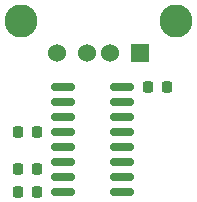
<source format=gbr>
%TF.GenerationSoftware,KiCad,Pcbnew,6.0.9-8da3e8f707~117~ubuntu20.04.1*%
%TF.CreationDate,2023-01-15T23:55:11-08:00*%
%TF.ProjectId,USBTTL,55534254-544c-42e6-9b69-6361645f7063,rev?*%
%TF.SameCoordinates,Original*%
%TF.FileFunction,Paste,Top*%
%TF.FilePolarity,Positive*%
%FSLAX46Y46*%
G04 Gerber Fmt 4.6, Leading zero omitted, Abs format (unit mm)*
G04 Created by KiCad (PCBNEW 6.0.9-8da3e8f707~117~ubuntu20.04.1) date 2023-01-15 23:55:11*
%MOMM*%
%LPD*%
G01*
G04 APERTURE LIST*
G04 Aperture macros list*
%AMRoundRect*
0 Rectangle with rounded corners*
0 $1 Rounding radius*
0 $2 $3 $4 $5 $6 $7 $8 $9 X,Y pos of 4 corners*
0 Add a 4 corners polygon primitive as box body*
4,1,4,$2,$3,$4,$5,$6,$7,$8,$9,$2,$3,0*
0 Add four circle primitives for the rounded corners*
1,1,$1+$1,$2,$3*
1,1,$1+$1,$4,$5*
1,1,$1+$1,$6,$7*
1,1,$1+$1,$8,$9*
0 Add four rect primitives between the rounded corners*
20,1,$1+$1,$2,$3,$4,$5,0*
20,1,$1+$1,$4,$5,$6,$7,0*
20,1,$1+$1,$6,$7,$8,$9,0*
20,1,$1+$1,$8,$9,$2,$3,0*%
G04 Aperture macros list end*
%ADD10R,1.524000X1.524000*%
%ADD11C,1.524000*%
%ADD12C,2.800000*%
%ADD13RoundRect,0.150000X-0.825000X-0.150000X0.825000X-0.150000X0.825000X0.150000X-0.825000X0.150000X0*%
%ADD14RoundRect,0.225000X0.225000X0.250000X-0.225000X0.250000X-0.225000X-0.250000X0.225000X-0.250000X0*%
%ADD15RoundRect,0.225000X-0.225000X-0.250000X0.225000X-0.250000X0.225000X0.250000X-0.225000X0.250000X0*%
G04 APERTURE END LIST*
D10*
%TO.C,USB1*%
X30500000Y-26715000D03*
D11*
X28000000Y-26715000D03*
X26000000Y-26715000D03*
X23500000Y-26715000D03*
D12*
X20450000Y-24005000D03*
X33550000Y-24005000D03*
%TD*%
D13*
%TO.C,U1*%
X24000000Y-29555000D03*
X24000000Y-30825000D03*
X24000000Y-32095000D03*
X24000000Y-33365000D03*
X24000000Y-34635000D03*
X24000000Y-35905000D03*
X24000000Y-37175000D03*
X24000000Y-38445000D03*
X28950000Y-38445000D03*
X28950000Y-37175000D03*
X28950000Y-35905000D03*
X28950000Y-34635000D03*
X28950000Y-33365000D03*
X28950000Y-32095000D03*
X28950000Y-30825000D03*
X28950000Y-29555000D03*
%TD*%
D14*
%TO.C,C4*%
X21750000Y-38445000D03*
X20200000Y-38445000D03*
%TD*%
%TO.C,C3*%
X21750000Y-36500000D03*
X20200000Y-36500000D03*
%TD*%
D15*
%TO.C,C2*%
X31200000Y-29555000D03*
X32750000Y-29555000D03*
%TD*%
D14*
%TO.C,C1*%
X21750000Y-33365000D03*
X20200000Y-33365000D03*
%TD*%
M02*

</source>
